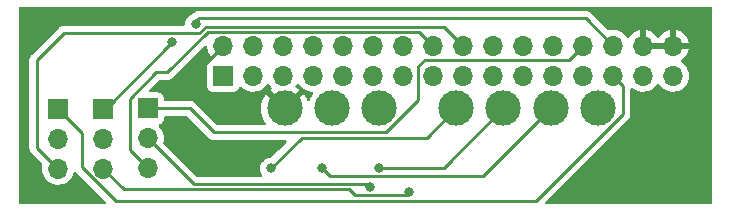
<source format=gtl>
G04 #@! TF.GenerationSoftware,KiCad,Pcbnew,(6.0.6)*
G04 #@! TF.CreationDate,2022-08-10T20:14:49+02:00*
G04 #@! TF.ProjectId,joystick,6a6f7973-7469-4636-9b2e-6b696361645f,rev?*
G04 #@! TF.SameCoordinates,Original*
G04 #@! TF.FileFunction,Copper,L1,Top*
G04 #@! TF.FilePolarity,Positive*
%FSLAX46Y46*%
G04 Gerber Fmt 4.6, Leading zero omitted, Abs format (unit mm)*
G04 Created by KiCad (PCBNEW (6.0.6)) date 2022-08-10 20:14:49*
%MOMM*%
%LPD*%
G01*
G04 APERTURE LIST*
G04 #@! TA.AperFunction,ComponentPad*
%ADD10R,1.700000X1.700000*%
G04 #@! TD*
G04 #@! TA.AperFunction,ComponentPad*
%ADD11O,1.700000X1.700000*%
G04 #@! TD*
G04 #@! TA.AperFunction,ComponentPad*
%ADD12C,3.000000*%
G04 #@! TD*
G04 #@! TA.AperFunction,ViaPad*
%ADD13C,0.800000*%
G04 #@! TD*
G04 #@! TA.AperFunction,Conductor*
%ADD14C,0.250000*%
G04 #@! TD*
G04 APERTURE END LIST*
D10*
X125730000Y-95016000D03*
D11*
X125730000Y-92476000D03*
X128270000Y-95016000D03*
X128270000Y-92476000D03*
X130810000Y-95016000D03*
X130810000Y-92476000D03*
X133350000Y-95016000D03*
X133350000Y-92476000D03*
X135890000Y-95016000D03*
X135890000Y-92476000D03*
X138430000Y-95016000D03*
X138430000Y-92476000D03*
X140970000Y-95016000D03*
X140970000Y-92476000D03*
X143510000Y-95016000D03*
X143510000Y-92476000D03*
X146050000Y-95016000D03*
X146050000Y-92476000D03*
X148590000Y-95016000D03*
X148590000Y-92476000D03*
X151130000Y-95016000D03*
X151130000Y-92476000D03*
X153670000Y-95016000D03*
X153670000Y-92476000D03*
X156210000Y-95016000D03*
X156210000Y-92476000D03*
X158750000Y-95016000D03*
X158750000Y-92476000D03*
X161290000Y-95016000D03*
X161290000Y-92476000D03*
X163830000Y-95016000D03*
X163830000Y-92476000D03*
D12*
X130980000Y-97790000D03*
X134980000Y-97790000D03*
X138980000Y-97790000D03*
X145480000Y-97790000D03*
X149480000Y-97790000D03*
X153480000Y-97790000D03*
X157480000Y-97790000D03*
D11*
X119380000Y-102870000D03*
X119380000Y-100330000D03*
D10*
X119380000Y-97790000D03*
D11*
X115570000Y-102885000D03*
X115570000Y-100345000D03*
D10*
X115570000Y-97805000D03*
D11*
X111760000Y-102885000D03*
X111760000Y-100345000D03*
D10*
X111760000Y-97805000D03*
D13*
X122428000Y-96520000D03*
X122428000Y-101346000D03*
X166116000Y-104902000D03*
X166116000Y-90170000D03*
X109220000Y-105156000D03*
X108966000Y-89662000D03*
X121412000Y-92202000D03*
X123444000Y-90678000D03*
X141478000Y-104902000D03*
X138176000Y-104431500D03*
X129794000Y-102870000D03*
X138938000Y-102819500D03*
X134112000Y-102870000D03*
D14*
X122428000Y-95778000D02*
X122428000Y-96520000D01*
X125730000Y-92476000D02*
X122428000Y-95778000D01*
X117856000Y-101346000D02*
X119380000Y-102870000D01*
X121040288Y-94742000D02*
X120078000Y-94742000D01*
X124481288Y-91301000D02*
X121040288Y-94742000D01*
X117856000Y-96964000D02*
X117856000Y-101346000D01*
X142335000Y-91301000D02*
X124481288Y-91301000D01*
X143510000Y-92476000D02*
X142335000Y-91301000D01*
X144425499Y-90851499D02*
X146050000Y-92476000D01*
X124295099Y-90851499D02*
X144425499Y-90851499D01*
X112305500Y-91402500D02*
X123744098Y-91402500D01*
X109982000Y-93726000D02*
X112305500Y-91402500D01*
X109982000Y-101107000D02*
X109982000Y-93726000D01*
X111760000Y-102885000D02*
X109982000Y-101107000D01*
X123698000Y-90170000D02*
X123444000Y-90424000D01*
X156444000Y-90170000D02*
X123698000Y-90170000D01*
X123744098Y-91402500D02*
X124295099Y-90851499D01*
X123444000Y-90424000D02*
X123444000Y-90678000D01*
X158750000Y-92476000D02*
X156444000Y-90170000D01*
X120078000Y-94742000D02*
X117856000Y-96964000D01*
X121412000Y-92202000D02*
X115809000Y-97805000D01*
X115809000Y-97805000D02*
X115570000Y-97805000D01*
X122936000Y-97790000D02*
X119380000Y-97790000D01*
X124968000Y-99822000D02*
X122936000Y-97790000D01*
X139528940Y-99822000D02*
X124968000Y-99822000D01*
X142240000Y-97110940D02*
X139528940Y-99822000D01*
X142240000Y-94234000D02*
X142240000Y-97110940D01*
X142823000Y-93651000D02*
X142240000Y-94234000D01*
X155035000Y-93651000D02*
X142823000Y-93651000D01*
X156210000Y-92476000D02*
X155035000Y-93651000D01*
X142998499Y-100271501D02*
X132392499Y-100271501D01*
X145480000Y-97790000D02*
X142998499Y-100271501D01*
X132392499Y-100271501D02*
X129794000Y-102870000D01*
X141224000Y-105156000D02*
X141478000Y-104902000D01*
X159600000Y-95866000D02*
X158750000Y-95016000D01*
X136906000Y-105156000D02*
X141224000Y-105156000D01*
X159600000Y-98250940D02*
X159600000Y-95866000D01*
X152224440Y-105626500D02*
X159600000Y-98250940D01*
X116649799Y-105626500D02*
X152224440Y-105626500D01*
X113792000Y-102768701D02*
X116649799Y-105626500D01*
X113792000Y-99837000D02*
X113792000Y-102768701D01*
X115570000Y-102885000D02*
X117333000Y-104648000D01*
X136398000Y-104648000D02*
X136906000Y-105156000D01*
X111760000Y-97805000D02*
X113792000Y-99837000D01*
X137942999Y-104198499D02*
X138176000Y-104431500D01*
X117333000Y-104648000D02*
X136398000Y-104648000D01*
X123248499Y-104198499D02*
X137942999Y-104198499D01*
X119380000Y-100330000D02*
X123248499Y-104198499D01*
X144450500Y-102819500D02*
X138938000Y-102819500D01*
X149480000Y-97790000D02*
X144450500Y-102819500D01*
X134786000Y-103544000D02*
X134112000Y-102870000D01*
X147726000Y-103544000D02*
X134786000Y-103544000D01*
X153480000Y-97790000D02*
X147726000Y-103544000D01*
G04 #@! TA.AperFunction,Conductor*
G36*
X167073621Y-89174502D02*
G01*
X167120114Y-89228158D01*
X167131500Y-89280500D01*
X167131500Y-105791500D01*
X167111498Y-105859621D01*
X167057842Y-105906114D01*
X167005500Y-105917500D01*
X153133534Y-105917500D01*
X153065413Y-105897498D01*
X153018920Y-105843842D01*
X153008816Y-105773568D01*
X153038310Y-105708988D01*
X153044439Y-105702405D01*
X156418697Y-102328148D01*
X159992253Y-98754592D01*
X160000539Y-98747052D01*
X160007018Y-98742940D01*
X160053644Y-98693288D01*
X160056398Y-98690447D01*
X160076135Y-98670710D01*
X160078615Y-98667513D01*
X160086320Y-98658491D01*
X160111159Y-98632040D01*
X160116586Y-98626261D01*
X160120405Y-98619315D01*
X160120407Y-98619312D01*
X160126348Y-98608506D01*
X160137199Y-98591987D01*
X160144758Y-98582241D01*
X160149614Y-98575981D01*
X160152759Y-98568712D01*
X160152762Y-98568708D01*
X160167174Y-98535403D01*
X160172391Y-98524753D01*
X160193695Y-98486000D01*
X160198733Y-98466377D01*
X160205137Y-98447674D01*
X160210033Y-98436360D01*
X160210033Y-98436359D01*
X160213181Y-98429085D01*
X160214420Y-98421262D01*
X160214423Y-98421252D01*
X160220099Y-98385416D01*
X160222505Y-98373796D01*
X160231528Y-98338651D01*
X160231528Y-98338650D01*
X160233500Y-98330970D01*
X160233500Y-98310716D01*
X160235051Y-98291005D01*
X160236980Y-98278826D01*
X160238220Y-98270997D01*
X160234059Y-98226978D01*
X160233500Y-98215121D01*
X160233500Y-96173004D01*
X160253502Y-96104883D01*
X160307158Y-96058390D01*
X160377432Y-96048286D01*
X160439984Y-96076060D01*
X160508126Y-96132632D01*
X160701000Y-96245338D01*
X160909692Y-96325030D01*
X160914760Y-96326061D01*
X160914763Y-96326062D01*
X160993436Y-96342068D01*
X161128597Y-96369567D01*
X161133772Y-96369757D01*
X161133774Y-96369757D01*
X161346673Y-96377564D01*
X161346677Y-96377564D01*
X161351837Y-96377753D01*
X161356957Y-96377097D01*
X161356959Y-96377097D01*
X161568288Y-96350025D01*
X161568289Y-96350025D01*
X161573416Y-96349368D01*
X161589985Y-96344397D01*
X161782429Y-96286661D01*
X161782434Y-96286659D01*
X161787384Y-96285174D01*
X161987994Y-96186896D01*
X162169860Y-96057173D01*
X162196376Y-96030750D01*
X162313616Y-95913918D01*
X162328096Y-95899489D01*
X162335786Y-95888788D01*
X162458453Y-95718077D01*
X162459776Y-95719028D01*
X162506645Y-95675857D01*
X162576580Y-95663625D01*
X162642026Y-95691144D01*
X162669875Y-95722994D01*
X162729987Y-95821088D01*
X162876250Y-95989938D01*
X163048126Y-96132632D01*
X163241000Y-96245338D01*
X163449692Y-96325030D01*
X163454760Y-96326061D01*
X163454763Y-96326062D01*
X163533436Y-96342068D01*
X163668597Y-96369567D01*
X163673772Y-96369757D01*
X163673774Y-96369757D01*
X163886673Y-96377564D01*
X163886677Y-96377564D01*
X163891837Y-96377753D01*
X163896957Y-96377097D01*
X163896959Y-96377097D01*
X164108288Y-96350025D01*
X164108289Y-96350025D01*
X164113416Y-96349368D01*
X164129985Y-96344397D01*
X164322429Y-96286661D01*
X164322434Y-96286659D01*
X164327384Y-96285174D01*
X164527994Y-96186896D01*
X164709860Y-96057173D01*
X164736376Y-96030750D01*
X164853616Y-95913918D01*
X164868096Y-95899489D01*
X164875786Y-95888788D01*
X164995435Y-95722277D01*
X164998453Y-95718077D01*
X165019320Y-95675857D01*
X165095136Y-95522453D01*
X165095137Y-95522451D01*
X165097430Y-95517811D01*
X165146120Y-95357555D01*
X165160865Y-95309023D01*
X165160865Y-95309021D01*
X165162370Y-95304069D01*
X165191529Y-95082590D01*
X165193156Y-95016000D01*
X165174852Y-94793361D01*
X165120431Y-94576702D01*
X165031354Y-94371840D01*
X164910014Y-94184277D01*
X164759670Y-94019051D01*
X164755619Y-94015852D01*
X164755615Y-94015848D01*
X164588414Y-93883800D01*
X164588410Y-93883798D01*
X164584359Y-93880598D01*
X164574391Y-93875095D01*
X164547259Y-93860118D01*
X164542569Y-93857529D01*
X164492598Y-93807097D01*
X164477826Y-93737654D01*
X164502942Y-93671248D01*
X164530294Y-93644641D01*
X164705328Y-93519792D01*
X164713200Y-93513139D01*
X164864052Y-93362812D01*
X164870730Y-93354965D01*
X164995003Y-93182020D01*
X165000313Y-93173183D01*
X165094670Y-92982267D01*
X165098469Y-92972672D01*
X165160377Y-92768910D01*
X165162555Y-92758837D01*
X165163986Y-92747962D01*
X165161775Y-92733778D01*
X165148617Y-92730000D01*
X161162000Y-92730000D01*
X161093879Y-92709998D01*
X161047386Y-92656342D01*
X161036000Y-92604000D01*
X161036000Y-92203885D01*
X161544000Y-92203885D01*
X161548475Y-92219124D01*
X161549865Y-92220329D01*
X161557548Y-92222000D01*
X163557885Y-92222000D01*
X163573124Y-92217525D01*
X163574329Y-92216135D01*
X163576000Y-92208452D01*
X163576000Y-92203885D01*
X164084000Y-92203885D01*
X164088475Y-92219124D01*
X164089865Y-92220329D01*
X164097548Y-92222000D01*
X165148344Y-92222000D01*
X165161875Y-92218027D01*
X165163180Y-92208947D01*
X165121214Y-92041875D01*
X165117894Y-92032124D01*
X165032972Y-91836814D01*
X165028105Y-91827739D01*
X164912426Y-91648926D01*
X164906136Y-91640757D01*
X164762806Y-91483240D01*
X164755273Y-91476215D01*
X164588139Y-91344222D01*
X164579552Y-91338517D01*
X164393117Y-91235599D01*
X164383705Y-91231369D01*
X164182959Y-91160280D01*
X164172988Y-91157646D01*
X164101837Y-91144972D01*
X164088540Y-91146432D01*
X164084000Y-91160989D01*
X164084000Y-92203885D01*
X163576000Y-92203885D01*
X163576000Y-91159102D01*
X163572082Y-91145758D01*
X163557806Y-91143771D01*
X163519324Y-91149660D01*
X163509288Y-91152051D01*
X163306868Y-91218212D01*
X163297359Y-91222209D01*
X163108463Y-91320542D01*
X163099738Y-91326036D01*
X162929433Y-91453905D01*
X162921726Y-91460748D01*
X162774590Y-91614717D01*
X162768104Y-91622727D01*
X162663193Y-91776521D01*
X162608282Y-91821524D01*
X162537757Y-91829695D01*
X162474010Y-91798441D01*
X162453313Y-91773957D01*
X162372427Y-91648926D01*
X162366136Y-91640757D01*
X162222806Y-91483240D01*
X162215273Y-91476215D01*
X162048139Y-91344222D01*
X162039552Y-91338517D01*
X161853117Y-91235599D01*
X161843705Y-91231369D01*
X161642959Y-91160280D01*
X161632988Y-91157646D01*
X161561837Y-91144972D01*
X161548540Y-91146432D01*
X161544000Y-91160989D01*
X161544000Y-92203885D01*
X161036000Y-92203885D01*
X161036000Y-91159102D01*
X161032082Y-91145758D01*
X161017806Y-91143771D01*
X160979324Y-91149660D01*
X160969288Y-91152051D01*
X160766868Y-91218212D01*
X160757359Y-91222209D01*
X160568463Y-91320542D01*
X160559738Y-91326036D01*
X160389433Y-91453905D01*
X160381726Y-91460748D01*
X160234590Y-91614717D01*
X160228109Y-91622722D01*
X160123498Y-91776074D01*
X160068587Y-91821076D01*
X159998062Y-91829247D01*
X159934315Y-91797993D01*
X159913618Y-91773509D01*
X159832822Y-91648617D01*
X159832820Y-91648614D01*
X159830014Y-91644277D01*
X159679670Y-91479051D01*
X159675619Y-91475852D01*
X159675615Y-91475848D01*
X159508414Y-91343800D01*
X159508410Y-91343798D01*
X159504359Y-91340598D01*
X159468028Y-91320542D01*
X159452136Y-91311769D01*
X159308789Y-91232638D01*
X159303920Y-91230914D01*
X159303916Y-91230912D01*
X159103087Y-91159795D01*
X159103083Y-91159794D01*
X159098212Y-91158069D01*
X159093119Y-91157162D01*
X159093116Y-91157161D01*
X158883373Y-91119800D01*
X158883367Y-91119799D01*
X158878284Y-91118894D01*
X158804452Y-91117992D01*
X158660081Y-91116228D01*
X158660079Y-91116228D01*
X158654911Y-91116165D01*
X158434091Y-91149955D01*
X158421532Y-91154060D01*
X158350568Y-91156210D01*
X158293294Y-91123389D01*
X156947652Y-89777747D01*
X156940112Y-89769461D01*
X156936000Y-89762982D01*
X156886348Y-89716356D01*
X156883507Y-89713602D01*
X156863770Y-89693865D01*
X156860573Y-89691385D01*
X156851551Y-89683680D01*
X156838116Y-89671064D01*
X156819321Y-89653414D01*
X156812375Y-89649595D01*
X156812372Y-89649593D01*
X156801566Y-89643652D01*
X156785047Y-89632801D01*
X156784583Y-89632441D01*
X156769041Y-89620386D01*
X156761772Y-89617241D01*
X156761768Y-89617238D01*
X156728463Y-89602826D01*
X156717813Y-89597609D01*
X156679060Y-89576305D01*
X156659437Y-89571267D01*
X156640734Y-89564863D01*
X156629420Y-89559967D01*
X156629419Y-89559967D01*
X156622145Y-89556819D01*
X156614322Y-89555580D01*
X156614312Y-89555577D01*
X156578476Y-89549901D01*
X156566856Y-89547495D01*
X156531711Y-89538472D01*
X156531710Y-89538472D01*
X156524030Y-89536500D01*
X156503776Y-89536500D01*
X156484065Y-89534949D01*
X156471886Y-89533020D01*
X156464057Y-89531780D01*
X156434786Y-89534547D01*
X156420039Y-89535941D01*
X156408181Y-89536500D01*
X123776767Y-89536500D01*
X123765584Y-89535973D01*
X123758091Y-89534298D01*
X123750165Y-89534547D01*
X123750164Y-89534547D01*
X123690014Y-89536438D01*
X123686055Y-89536500D01*
X123658144Y-89536500D01*
X123654210Y-89536997D01*
X123654209Y-89536997D01*
X123654144Y-89537005D01*
X123642307Y-89537938D01*
X123610490Y-89538938D01*
X123606029Y-89539078D01*
X123598110Y-89539327D01*
X123580454Y-89544456D01*
X123578658Y-89544978D01*
X123559306Y-89548986D01*
X123552235Y-89549880D01*
X123539203Y-89551526D01*
X123531834Y-89554443D01*
X123531832Y-89554444D01*
X123498097Y-89567800D01*
X123486869Y-89571645D01*
X123444407Y-89583982D01*
X123437585Y-89588016D01*
X123437579Y-89588019D01*
X123426968Y-89594294D01*
X123409218Y-89602990D01*
X123397756Y-89607528D01*
X123397751Y-89607531D01*
X123390383Y-89610448D01*
X123372970Y-89623099D01*
X123354625Y-89636427D01*
X123344707Y-89642943D01*
X123333463Y-89649593D01*
X123306637Y-89665458D01*
X123292313Y-89679782D01*
X123277281Y-89692621D01*
X123260893Y-89704528D01*
X123232712Y-89738593D01*
X123224722Y-89747373D01*
X123180348Y-89791747D01*
X123142501Y-89817759D01*
X122993281Y-89884195D01*
X122993274Y-89884199D01*
X122987248Y-89886882D01*
X122832747Y-89999134D01*
X122704960Y-90141056D01*
X122609473Y-90306444D01*
X122550458Y-90488072D01*
X122549768Y-90494633D01*
X122549768Y-90494635D01*
X122532790Y-90656171D01*
X122505777Y-90721827D01*
X122447555Y-90762457D01*
X122407480Y-90769000D01*
X112384267Y-90769000D01*
X112373084Y-90768473D01*
X112365591Y-90766798D01*
X112357665Y-90767047D01*
X112357664Y-90767047D01*
X112297514Y-90768938D01*
X112293555Y-90769000D01*
X112265644Y-90769000D01*
X112261710Y-90769497D01*
X112261709Y-90769497D01*
X112261644Y-90769505D01*
X112249807Y-90770438D01*
X112217990Y-90771438D01*
X112213529Y-90771578D01*
X112205610Y-90771827D01*
X112187954Y-90776956D01*
X112186158Y-90777478D01*
X112166806Y-90781486D01*
X112159735Y-90782380D01*
X112146703Y-90784026D01*
X112139334Y-90786943D01*
X112139332Y-90786944D01*
X112105597Y-90800300D01*
X112094369Y-90804145D01*
X112051907Y-90816482D01*
X112045085Y-90820516D01*
X112045079Y-90820519D01*
X112034468Y-90826794D01*
X112016718Y-90835490D01*
X112005256Y-90840028D01*
X112005251Y-90840031D01*
X111997883Y-90842948D01*
X111991468Y-90847609D01*
X111962125Y-90868927D01*
X111952207Y-90875443D01*
X111935256Y-90885468D01*
X111914137Y-90897958D01*
X111899813Y-90912282D01*
X111884781Y-90925121D01*
X111868393Y-90937028D01*
X111852464Y-90956283D01*
X111840212Y-90971093D01*
X111832222Y-90979873D01*
X109589747Y-93222348D01*
X109581461Y-93229888D01*
X109574982Y-93234000D01*
X109569557Y-93239777D01*
X109528357Y-93283651D01*
X109525602Y-93286493D01*
X109505865Y-93306230D01*
X109503385Y-93309427D01*
X109495682Y-93318447D01*
X109465414Y-93350679D01*
X109461595Y-93357625D01*
X109461593Y-93357628D01*
X109455652Y-93368434D01*
X109444801Y-93384953D01*
X109432386Y-93400959D01*
X109429241Y-93408228D01*
X109429238Y-93408232D01*
X109414826Y-93441537D01*
X109409609Y-93452187D01*
X109388305Y-93490940D01*
X109386334Y-93498615D01*
X109386334Y-93498616D01*
X109383267Y-93510562D01*
X109376863Y-93529266D01*
X109368819Y-93547855D01*
X109367580Y-93555678D01*
X109367577Y-93555688D01*
X109361901Y-93591524D01*
X109359495Y-93603144D01*
X109351264Y-93635203D01*
X109348500Y-93645970D01*
X109348500Y-93666224D01*
X109346949Y-93685934D01*
X109343780Y-93705943D01*
X109344526Y-93713835D01*
X109347941Y-93749961D01*
X109348500Y-93761819D01*
X109348500Y-101028233D01*
X109347973Y-101039416D01*
X109346298Y-101046909D01*
X109346547Y-101054835D01*
X109346547Y-101054836D01*
X109348438Y-101114986D01*
X109348500Y-101118945D01*
X109348500Y-101146856D01*
X109348997Y-101150790D01*
X109348997Y-101150791D01*
X109349005Y-101150856D01*
X109349938Y-101162693D01*
X109351327Y-101206889D01*
X109356383Y-101224292D01*
X109356978Y-101226339D01*
X109360987Y-101245700D01*
X109363526Y-101265797D01*
X109366445Y-101273168D01*
X109366445Y-101273170D01*
X109379804Y-101306912D01*
X109383649Y-101318142D01*
X109395982Y-101360593D01*
X109400015Y-101367412D01*
X109400017Y-101367417D01*
X109406293Y-101378028D01*
X109414988Y-101395776D01*
X109422448Y-101414617D01*
X109427110Y-101421033D01*
X109427110Y-101421034D01*
X109448436Y-101450387D01*
X109454952Y-101460307D01*
X109477458Y-101498362D01*
X109491779Y-101512683D01*
X109504619Y-101527716D01*
X109516528Y-101544107D01*
X109531042Y-101556114D01*
X109550605Y-101572298D01*
X109559384Y-101580288D01*
X110409778Y-102430682D01*
X110443804Y-102492994D01*
X110442100Y-102553448D01*
X110420989Y-102629570D01*
X110420441Y-102634700D01*
X110420440Y-102634704D01*
X110413953Y-102695405D01*
X110397251Y-102851695D01*
X110397548Y-102856848D01*
X110397548Y-102856851D01*
X110407087Y-103022294D01*
X110410110Y-103074715D01*
X110411247Y-103079761D01*
X110411248Y-103079767D01*
X110430011Y-103163023D01*
X110459222Y-103292639D01*
X110543266Y-103499616D01*
X110659987Y-103690088D01*
X110806250Y-103858938D01*
X110978126Y-104001632D01*
X111171000Y-104114338D01*
X111379692Y-104194030D01*
X111384760Y-104195061D01*
X111384763Y-104195062D01*
X111492017Y-104216883D01*
X111598597Y-104238567D01*
X111603772Y-104238757D01*
X111603774Y-104238757D01*
X111816673Y-104246564D01*
X111816677Y-104246564D01*
X111821837Y-104246753D01*
X111826957Y-104246097D01*
X111826959Y-104246097D01*
X112038288Y-104219025D01*
X112038289Y-104219025D01*
X112043416Y-104218368D01*
X112048366Y-104216883D01*
X112252429Y-104155661D01*
X112252434Y-104155659D01*
X112257384Y-104154174D01*
X112457994Y-104055896D01*
X112639860Y-103926173D01*
X112798096Y-103768489D01*
X112811891Y-103749292D01*
X112925435Y-103591277D01*
X112928453Y-103587077D01*
X112935867Y-103572077D01*
X113025136Y-103391453D01*
X113025137Y-103391451D01*
X113027430Y-103386811D01*
X113059145Y-103282425D01*
X113079781Y-103214505D01*
X113118722Y-103155141D01*
X113183576Y-103126254D01*
X113253752Y-103137015D01*
X113289434Y-103162039D01*
X113301779Y-103174384D01*
X113314619Y-103189417D01*
X113326528Y-103205808D01*
X113332634Y-103210859D01*
X113360605Y-103233999D01*
X113369384Y-103241989D01*
X115829799Y-105702405D01*
X115863825Y-105764717D01*
X115858760Y-105835533D01*
X115816213Y-105892368D01*
X115749693Y-105917179D01*
X115740704Y-105917500D01*
X108584500Y-105917500D01*
X108516379Y-105897498D01*
X108469886Y-105843842D01*
X108458500Y-105791500D01*
X108458500Y-89280500D01*
X108478502Y-89212379D01*
X108532158Y-89165886D01*
X108584500Y-89154500D01*
X167005500Y-89154500D01*
X167073621Y-89174502D01*
G37*
G04 #@! TD.AperFunction*
G04 #@! TA.AperFunction,Conductor*
G36*
X122689527Y-98443502D02*
G01*
X122710501Y-98460405D01*
X123598146Y-99348051D01*
X124464348Y-100214253D01*
X124471888Y-100222539D01*
X124476000Y-100229018D01*
X124481777Y-100234443D01*
X124525651Y-100275643D01*
X124528493Y-100278398D01*
X124548230Y-100298135D01*
X124551427Y-100300615D01*
X124560447Y-100308318D01*
X124592679Y-100338586D01*
X124599625Y-100342405D01*
X124599628Y-100342407D01*
X124610434Y-100348348D01*
X124626953Y-100359199D01*
X124642959Y-100371614D01*
X124650228Y-100374759D01*
X124650232Y-100374762D01*
X124683537Y-100389174D01*
X124694187Y-100394391D01*
X124732940Y-100415695D01*
X124740615Y-100417666D01*
X124740616Y-100417666D01*
X124752562Y-100420733D01*
X124771267Y-100427137D01*
X124789855Y-100435181D01*
X124797678Y-100436420D01*
X124797688Y-100436423D01*
X124833524Y-100442099D01*
X124845144Y-100444505D01*
X124880289Y-100453528D01*
X124887970Y-100455500D01*
X124908224Y-100455500D01*
X124927934Y-100457051D01*
X124947943Y-100460220D01*
X124955835Y-100459474D01*
X124991961Y-100456059D01*
X125003819Y-100455500D01*
X131008406Y-100455500D01*
X131076527Y-100475502D01*
X131123020Y-100529158D01*
X131133124Y-100599432D01*
X131103630Y-100664012D01*
X131097503Y-100670593D01*
X130463868Y-101304227D01*
X129843500Y-101924595D01*
X129781188Y-101958621D01*
X129754405Y-101961500D01*
X129698513Y-101961500D01*
X129692061Y-101962872D01*
X129692056Y-101962872D01*
X129605112Y-101981353D01*
X129511712Y-102001206D01*
X129505682Y-102003891D01*
X129505681Y-102003891D01*
X129343278Y-102076197D01*
X129343276Y-102076198D01*
X129337248Y-102078882D01*
X129182747Y-102191134D01*
X129178326Y-102196044D01*
X129178325Y-102196045D01*
X129104850Y-102277648D01*
X129054960Y-102333056D01*
X129051659Y-102338774D01*
X128987027Y-102450720D01*
X128959473Y-102498444D01*
X128900458Y-102680072D01*
X128899768Y-102686633D01*
X128899768Y-102686635D01*
X128884800Y-102829050D01*
X128880496Y-102870000D01*
X128881186Y-102876565D01*
X128896503Y-103022294D01*
X128900458Y-103059928D01*
X128959473Y-103241556D01*
X128962776Y-103247278D01*
X128962777Y-103247279D01*
X129037094Y-103375999D01*
X129053832Y-103444994D01*
X129030612Y-103512086D01*
X128974805Y-103555973D01*
X128927975Y-103564999D01*
X123563093Y-103564999D01*
X123494972Y-103544997D01*
X123473998Y-103528094D01*
X120731218Y-100785313D01*
X120697192Y-100723001D01*
X120699755Y-100659589D01*
X120706308Y-100638023D01*
X120712370Y-100618069D01*
X120741529Y-100396590D01*
X120742853Y-100342407D01*
X120743074Y-100333365D01*
X120743074Y-100333361D01*
X120743156Y-100330000D01*
X120724852Y-100107361D01*
X120670431Y-99890702D01*
X120581354Y-99685840D01*
X120537466Y-99617999D01*
X120462822Y-99502617D01*
X120462820Y-99502614D01*
X120460014Y-99498277D01*
X120451398Y-99488808D01*
X120312798Y-99336488D01*
X120281746Y-99272642D01*
X120290141Y-99202143D01*
X120335317Y-99147375D01*
X120361761Y-99133706D01*
X120468297Y-99093767D01*
X120476705Y-99090615D01*
X120593261Y-99003261D01*
X120680615Y-98886705D01*
X120731745Y-98750316D01*
X120738500Y-98688134D01*
X120738500Y-98549500D01*
X120758502Y-98481379D01*
X120812158Y-98434886D01*
X120864500Y-98423500D01*
X122621406Y-98423500D01*
X122689527Y-98443502D01*
G37*
G04 #@! TD.AperFunction*
G04 #@! TA.AperFunction,Conductor*
G36*
X124294959Y-92487399D02*
G01*
X124351795Y-92529946D01*
X124376718Y-92598201D01*
X124380309Y-92660477D01*
X124381745Y-92670697D01*
X124428565Y-92878446D01*
X124431645Y-92888275D01*
X124511770Y-93085603D01*
X124516413Y-93094794D01*
X124627694Y-93276388D01*
X124633777Y-93284699D01*
X124773213Y-93445667D01*
X124780577Y-93452879D01*
X124785522Y-93456985D01*
X124825156Y-93515889D01*
X124826653Y-93586870D01*
X124789537Y-93647392D01*
X124749264Y-93671910D01*
X124641705Y-93712232D01*
X124641704Y-93712233D01*
X124633295Y-93715385D01*
X124516739Y-93802739D01*
X124429385Y-93919295D01*
X124378255Y-94055684D01*
X124371500Y-94117866D01*
X124371500Y-95914134D01*
X124378255Y-95976316D01*
X124429385Y-96112705D01*
X124516739Y-96229261D01*
X124633295Y-96316615D01*
X124769684Y-96367745D01*
X124831866Y-96374500D01*
X126628134Y-96374500D01*
X126690316Y-96367745D01*
X126826705Y-96316615D01*
X126943261Y-96229261D01*
X127030615Y-96112705D01*
X127061339Y-96030750D01*
X127074598Y-95995382D01*
X127117240Y-95938618D01*
X127183802Y-95913918D01*
X127253150Y-95929126D01*
X127287817Y-95957114D01*
X127316250Y-95989938D01*
X127488126Y-96132632D01*
X127681000Y-96245338D01*
X127889692Y-96325030D01*
X127894760Y-96326061D01*
X127894763Y-96326062D01*
X127973436Y-96342068D01*
X128108597Y-96369567D01*
X128113772Y-96369757D01*
X128113774Y-96369757D01*
X128326673Y-96377564D01*
X128326677Y-96377564D01*
X128331837Y-96377753D01*
X128336957Y-96377097D01*
X128336959Y-96377097D01*
X128548288Y-96350025D01*
X128548289Y-96350025D01*
X128553416Y-96349368D01*
X128569985Y-96344397D01*
X128762429Y-96286661D01*
X128762434Y-96286659D01*
X128767384Y-96285174D01*
X128967994Y-96186896D01*
X129149860Y-96057173D01*
X129176376Y-96030750D01*
X129293616Y-95913918D01*
X129308096Y-95899489D01*
X129315786Y-95888788D01*
X129438453Y-95718077D01*
X129439776Y-95719028D01*
X129486645Y-95675857D01*
X129556580Y-95663625D01*
X129622026Y-95691144D01*
X129649875Y-95722994D01*
X129709987Y-95821088D01*
X129835658Y-95966166D01*
X129865140Y-96030750D01*
X129855026Y-96101022D01*
X129819200Y-96146997D01*
X129765053Y-96190377D01*
X129756584Y-96202500D01*
X129762980Y-96213770D01*
X130967188Y-97417978D01*
X130981132Y-97425592D01*
X130982965Y-97425461D01*
X130989580Y-97421210D01*
X132196604Y-96214186D01*
X132203795Y-96201017D01*
X132196473Y-96190780D01*
X132149233Y-96152115D01*
X132142261Y-96147160D01*
X131930079Y-96017135D01*
X131882448Y-95964487D01*
X131870841Y-95894446D01*
X131893591Y-95836176D01*
X131978453Y-95718077D01*
X131979776Y-95719028D01*
X132026645Y-95675857D01*
X132096580Y-95663625D01*
X132162026Y-95691144D01*
X132189875Y-95722994D01*
X132249987Y-95821088D01*
X132396250Y-95989938D01*
X132568126Y-96132632D01*
X132761000Y-96245338D01*
X132969692Y-96325030D01*
X132974760Y-96326061D01*
X132974763Y-96326062D01*
X133053436Y-96342068D01*
X133188597Y-96369567D01*
X133193772Y-96369757D01*
X133193774Y-96369757D01*
X133283850Y-96373060D01*
X133351192Y-96395545D01*
X133395688Y-96450868D01*
X133403210Y-96521465D01*
X133381555Y-96572501D01*
X133271508Y-96725647D01*
X133271502Y-96725657D01*
X133269002Y-96729136D01*
X133140857Y-96971161D01*
X133139384Y-96975187D01*
X133139381Y-96975193D01*
X133098194Y-97087741D01*
X133055999Y-97144839D01*
X132989634Y-97170061D01*
X132920168Y-97155399D01*
X132869656Y-97105508D01*
X132861095Y-97086500D01*
X132828588Y-96994705D01*
X132825191Y-96986854D01*
X132703550Y-96751178D01*
X132699122Y-96743866D01*
X132580031Y-96574417D01*
X132569509Y-96566037D01*
X132556121Y-96573089D01*
X131069095Y-98060115D01*
X131006783Y-98094141D01*
X130935968Y-98089076D01*
X130890905Y-98060115D01*
X129403814Y-96573024D01*
X129391804Y-96566466D01*
X129380064Y-96575434D01*
X129271935Y-96725911D01*
X129267418Y-96733196D01*
X129143325Y-96967567D01*
X129139839Y-96975395D01*
X129048700Y-97224446D01*
X129046311Y-97232670D01*
X128989812Y-97491795D01*
X128988563Y-97500250D01*
X128967754Y-97764653D01*
X128967665Y-97773204D01*
X128982932Y-98037969D01*
X128984005Y-98046470D01*
X129035065Y-98306722D01*
X129037276Y-98314974D01*
X129123184Y-98565894D01*
X129126499Y-98573779D01*
X129245664Y-98810713D01*
X129250020Y-98818079D01*
X129368958Y-98991133D01*
X129391058Y-99058602D01*
X129373173Y-99127309D01*
X129320981Y-99175439D01*
X129265118Y-99188500D01*
X125282594Y-99188500D01*
X125214473Y-99168498D01*
X125193499Y-99151595D01*
X124320731Y-98278826D01*
X123439652Y-97397747D01*
X123432112Y-97389461D01*
X123428000Y-97382982D01*
X123378348Y-97336356D01*
X123375507Y-97333602D01*
X123355770Y-97313865D01*
X123352573Y-97311385D01*
X123343551Y-97303680D01*
X123326219Y-97287404D01*
X123311321Y-97273414D01*
X123304375Y-97269595D01*
X123304372Y-97269593D01*
X123293566Y-97263652D01*
X123277047Y-97252801D01*
X123271646Y-97248612D01*
X123261041Y-97240386D01*
X123253772Y-97237241D01*
X123253768Y-97237238D01*
X123220463Y-97222826D01*
X123209813Y-97217609D01*
X123171060Y-97196305D01*
X123151437Y-97191267D01*
X123132734Y-97184863D01*
X123121420Y-97179967D01*
X123121419Y-97179967D01*
X123114145Y-97176819D01*
X123106322Y-97175580D01*
X123106312Y-97175577D01*
X123070476Y-97169901D01*
X123058856Y-97167495D01*
X123023711Y-97158472D01*
X123023710Y-97158472D01*
X123016030Y-97156500D01*
X122995776Y-97156500D01*
X122976065Y-97154949D01*
X122974260Y-97154663D01*
X122956057Y-97151780D01*
X122917773Y-97155399D01*
X122912039Y-97155941D01*
X122900181Y-97156500D01*
X120864500Y-97156500D01*
X120796379Y-97136498D01*
X120749886Y-97082842D01*
X120738500Y-97030500D01*
X120738500Y-96891866D01*
X120731745Y-96829684D01*
X120680615Y-96693295D01*
X120593261Y-96576739D01*
X120476705Y-96489385D01*
X120340316Y-96438255D01*
X120278134Y-96431500D01*
X119588594Y-96431500D01*
X119520473Y-96411498D01*
X119473980Y-96357842D01*
X119463876Y-96287568D01*
X119493370Y-96222988D01*
X119499499Y-96216405D01*
X120303499Y-95412405D01*
X120365811Y-95378379D01*
X120392594Y-95375500D01*
X120961521Y-95375500D01*
X120972704Y-95376027D01*
X120980197Y-95377702D01*
X120988123Y-95377453D01*
X120988124Y-95377453D01*
X121048274Y-95375562D01*
X121052233Y-95375500D01*
X121080144Y-95375500D01*
X121084079Y-95375003D01*
X121084144Y-95374995D01*
X121095981Y-95374062D01*
X121128239Y-95373048D01*
X121132258Y-95372922D01*
X121140177Y-95372673D01*
X121159631Y-95367021D01*
X121178988Y-95363013D01*
X121191218Y-95361468D01*
X121191219Y-95361468D01*
X121199085Y-95360474D01*
X121206456Y-95357555D01*
X121206458Y-95357555D01*
X121240200Y-95344196D01*
X121251430Y-95340351D01*
X121286271Y-95330229D01*
X121286272Y-95330229D01*
X121293881Y-95328018D01*
X121300700Y-95323985D01*
X121300705Y-95323983D01*
X121311316Y-95317707D01*
X121329064Y-95309012D01*
X121347905Y-95301552D01*
X121383675Y-95275564D01*
X121393595Y-95269048D01*
X121424823Y-95250580D01*
X121424826Y-95250578D01*
X121431650Y-95246542D01*
X121445971Y-95232221D01*
X121461005Y-95219380D01*
X121470982Y-95212131D01*
X121477395Y-95207472D01*
X121505586Y-95173395D01*
X121513576Y-95164616D01*
X123122504Y-93555688D01*
X124161834Y-92516359D01*
X124224144Y-92482334D01*
X124294959Y-92487399D01*
G37*
G04 #@! TD.AperFunction*
M02*

</source>
